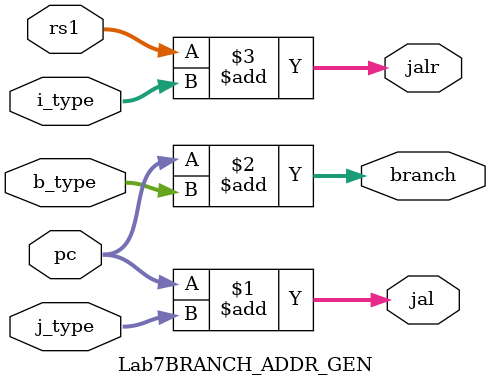
<source format=sv>
`timescale 1ns / 1ps


module Lab7BRANCH_ADDR_GEN #(parameter n = 32)(
    input [n-1:0] rs1,
    input [n-1:0] pc,
    input [n-1:0] i_type,
    input [n-1:0] j_type,
    input [n-1:0] b_type,
    output [n-1:0] jal,
    output [n-1:0] branch,
    output [n-1:0] jalr
    );
    
    assign jal = pc + j_type;
    assign branch = pc + b_type;
    assign jalr = rs1 + i_type;
    
endmodule

</source>
